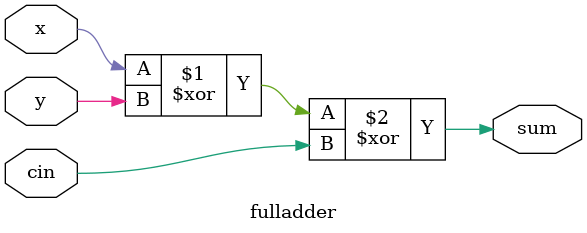
<source format=v>
/**
* CARRY LOOKAHEAD ADDER
*/

module cla(S,cout,ovf,x,y);
    input [31:0] x;
    input [31:0] y;
    output [31:0] S;
    output cout,ovf;

    wire c0, c8, c16, c24, c32;

    assign c0 = 1'b0;

    //bits 7-0
    wire G0,P0, P0c0;
    block bits70(.S(S[7:0]),.P(P0),.G(G0),.x(x[7:0]),.y(y[7:0]),.cin(c0));
    and P0c0_inst(P0c0,P0,c0);
    or c8_inst(c8,G0,P0c0);

    //bits 15-8
    wire G1,P1, P1G0,P1P0C0;
    block bits158(.S(S[15:8]),.P(P1),.G(G1),.x(x[15:8]),.y(y[15:8]),.cin(c8));
    and P1G0_inst(P1G0,P1,G0);
    and P1P0C0_inst(P1P0C0,P1,P0,c0);
    or c16_inst(c16,G1,P1G0,P1P0C0);

    //bits 23-16
    wire G2,P2, P2G1,P2P1G0,P2P1P0C0;
    block bits2316(.S(S[23:16]),.P(P2),.G(G2),.x(x[23:16]),.y(y[23:16]),.cin(c16));
    and P2G1_inst(P2G1,P2,G1);
    and P2P1G0_inst(P2P1G0,P2,P1,G0);
    and P2P1P0C0_inst(P2P1P0C0,P2,P1,P0,c0);
    or c24_inst(c24,G2,P2G1,P2P1G0,P2P1P0C0);

    //bits 31-24
    wire G3,P3, P3G2,P3P2G1,P3P2P1G0,P3P2P1P0C0;
    block bits3124(.S(S[31:24]),.P(P3),.G(G3),.x(x[31:24]),.y(y[31:24]),.cin(c24));
    and P3G2_inst(P3G2,P3,G2);
    and P3P2G1_inst(P3P2G1,P3,P2,G1);
    and P3P2P1G0_inst(P3P2P1G0,P3,P2,P1,G0);
    and P3P2P1P0C0_inst(P3P2P1P0C0,P3,P2,P1,P0,c0);
    or c32_inst(c32,G3,P3G2,P3P2G1,P3P2P1G0,P3P2P1P0C0);

    wire ovfaux, ovfaux2;
    xnor ovfaux_inst(ovfaux, x[31], y[31]);      // This part is correct - checks if signs are same
    xor ovfaux2_inst(ovfaux2, x[31], S[31]);     // This part is correct - checks if result sign differs
    and overflow_inst(ovf, ovfaux, ovfaux2);     // This part is correct - both conditions must be true
    assign cout = c32;

endmodule


// 8 bit block
module block(S,G,P,cin,x,y);
    input cin;
    input [7:0] x;
    input [7:0] y;

    output [7:0] S;
    output P,G;

    wire [7:0] c;
    wire [7:0] g;
    wire [7:0] p;


    // calculate g terms (gi = Xi*Yi)
    and g0_inst(g[0],x[0],y[0]);
    and g1_inst(g[1],x[1],y[1]);
    and g2_inst(g[2],x[2],y[2]);
    and g3_inst(g[3],x[3],y[3]);
    and g4_inst(g[4],x[4],y[4]);
    and g5_inst(g[5],x[5],y[5]);
    and g6_inst(g[6],x[6],y[6]);
    and g7_inst(g[7],x[7],y[7]);

    // calculate p terms (pi = Xi+Yi)
    or p0_inst(p[0],x[0],y[0]);
    or p1_inst(p[1],x[1],y[1]);
    or p2_inst(p[2],x[2],y[2]);
    or p3_inst(p[3],x[3],y[3]);
    or p4_inst(p[4],x[4],y[4]);
    or p5_inst(p[5],x[5],y[5]);
    or p6_inst(p[6],x[6],y[6]);
    or p7_inst(p[7],x[7],y[7]);

    // calculate P term
    and P_inst(P,p[0],p[1],p[2],p[3],p[4],p[5],p[6],p[7]);

    // calculate G term
    wire p7g6,p7p6g5,p7p6p5g4,p7p6p5p4g3,p7p6p5p4p3g2,p7p6p5p4p3p2g1,p7p6p5p4p3p2p1g0;
    and p7g6_inst(p7g6,p[7],g[6]);
    and p7p6g5_inst(p7p6g5,p[7],p[6],g[5]);
    and p7p6p5g4_inst(p7p6p5g4,p[7],p[6],p[5],g[4]);
    and p7p6p5p4g3_inst(p7p6p5p4g3,p[7],p[6],p[5],p[4],g[3]);
    and p7p6p5p4p3g2_inst(p7p6p5p4p3g2,p[7],p[6],p[5],p[4],p[3],g[2]);
    and p7p6p5p4p3p2g1_inst(p7p6p5p4p3p2g1,p[7],p[6],p[5],p[4],p[3],p[2],g[1]);
    and p7p6p5p4p3p2p1g0_inst(p7p6p5p4p3p2p1g0,p[7],p[6],p[5],p[4],p[3],p[2],p[1],g[0]);
    or G_inst(G,g[7],p7p6p5p4p3p2p1g0,p7p6p5p4p3p2g1,p7p6p5p4p3g2,p7p6p5p4g3,p7p6p5g4,p7p6g5,p7g6);

    //calculate internal carries
    assign c[0] = cin;
    wire c1,c2,c3,c4,c5,c6,c7,c8;
    and c1_inst(c1,p[0],c[0]);
    or c1_out(c[1],g[0],c1);
    
    and c2_inst(c2,p[1],c[1]);
    or c2_out(c[2],g[1],c2);
    
    and c3_inst(c3,p[2],c[2]);
    or c3_out(c[3],g[2],c3);
    
    and c4_inst(c4,p[3],c[3]);
    or c4_out(c[4],g[3],c4);
    
    and c5_inst(c5,p[4],c[4]);
    or c5_out(c[5],g[4],c5);
    
    and c6_inst(c6,p[5],c[5]);
    or c6_out(c[6],g[5],c6);
    
    and c7_inst(c7,p[6],c[6]);
    or c7_out(c[7],g[6],c7);

    // Calculate sums
    fulladder bit0(.sum(S[0]),.x(x[0]),.y(y[0]),.cin(c[0]));
    fulladder bit1(.sum(S[1]),.x(x[1]),.y(y[1]),.cin(c[1]));
    fulladder bit2(.sum(S[2]),.x(x[2]),.y(y[2]),.cin(c[2]));
    fulladder bit3(.sum(S[3]),.x(x[3]),.y(y[3]),.cin(c[3]));
    fulladder bit4(.sum(S[4]),.x(x[4]),.y(y[4]),.cin(c[4]));
    fulladder bit5(.sum(S[5]),.x(x[5]),.y(y[5]),.cin(c[5]));
    fulladder bit6(.sum(S[6]),.x(x[6]),.y(y[6]),.cin(c[6]));
    fulladder bit7(.sum(S[7]),.x(x[7]),.y(y[7]),.cin(c[7]));
endmodule



module fulladder(x,y,cin,sum);
    input x,y,cin;
    output sum;

    xor SUM(sum,x,y,cin);
endmodule
</source>
